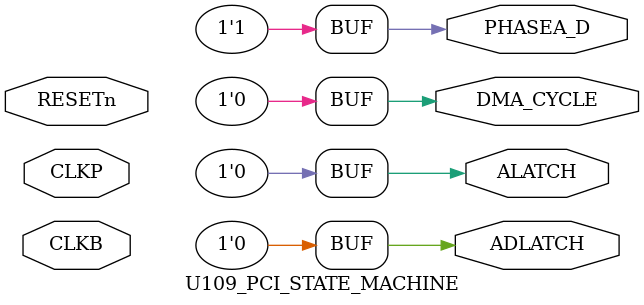
<source format=v>
/*
LICENSE:

This work is released under the Creative Commons Attribution-NonCommercial 4.0 International
https://creativecommons.org/licenses/by-nc/4.0/

You are free to:
Share — copy and redistribute the material in any medium or format
Adapt — remix, transform, and build upon the material
The licensor cannot revoke these freedoms as long as you follow the license terms.

Under the following terms:
Attribution — You must give appropriate credit , provide a link to the license, and indicate if changes were made . You may do so in any reasonable manner, but not in any way that suggests the licensor endorses you or your use.
NonCommercial — You may not use the material for commercial purposes.
No additional restrictions — You may not apply legal terms or technological measures that legally restrict others from doing anything the license permits.

RTL MODULE:

Engineer: Jason Neus
Design Name: U109
Module Name: U109_TOP
Project Name: AmigaPCI
Target Devices: iCE40-HX4K-TQ144

Description: U109 AMIGA PCI FPGA - PCI cycle finite state machine.

Revision History:
  03-JUL-2025 : Initial code.

GitHub: https://github.com/jasonsbeer/AmigaPCI
iceprog D:\AmigaPCI\U109\APCI_U109\APCI_U109_Implmnt\sbt\outputs\bitmap\U109_TOP_bitmap.bin
*/

module U109_PCI_STATE_MACHINE (

    input CLKB, CLKP, RESETn, //BPRO_ENn,

    output ADLATCH, ALATCH, DMA_CYCLE, PHASEA_D

);

//DISABLE THE ADDRESS BUFFERS FOR NOW.

//ADDRESS DATA IS PASSED THROUGH LIVE DURING THE ADDRESS PHASE OF CPU DRIVEN CYCLES.
//FOR PCI DRIVEN DMA CYCLES, THE ADDRESS IS LATCHED DURING THE ADDRESS PHASE AND
//DRIVEN ON THE ADDRESS BUS OF THE AMIGAPCI.

assign ADLATCH = 0;
assign ALATCH = 0; //WE DON'T ACTUALLY NEED THIS, BUT ITS THERE.
assign DMA_CYCLE = 0;
assign PHASEA_D = 1;

endmodule

</source>
